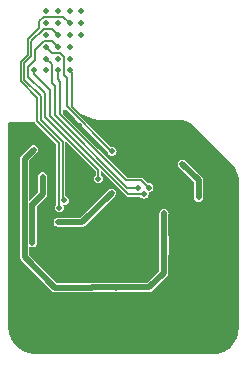
<source format=gbr>
%TF.GenerationSoftware,KiCad,Pcbnew,8.99.0-unknown-4e8e14ae3a~177~ubuntu22.04.1*%
%TF.CreationDate,2024-03-17T18:05:33+10:00*%
%TF.ProjectId,AVEFlex,41564546-6c65-4782-9e6b-696361645f70,rev?*%
%TF.SameCoordinates,Original*%
%TF.FileFunction,Copper,L2,Bot*%
%TF.FilePolarity,Positive*%
%FSLAX46Y46*%
G04 Gerber Fmt 4.6, Leading zero omitted, Abs format (unit mm)*
G04 Created by KiCad (PCBNEW 8.99.0-unknown-4e8e14ae3a~177~ubuntu22.04.1) date 2024-03-17 18:05:33*
%MOMM*%
%LPD*%
G01*
G04 APERTURE LIST*
%TA.AperFunction,ViaPad*%
%ADD10C,0.508000*%
%TD*%
%TA.AperFunction,Conductor*%
%ADD11C,0.152400*%
%TD*%
%TA.AperFunction,Conductor*%
%ADD12C,0.508000*%
%TD*%
%TA.AperFunction,Conductor*%
%ADD13C,0.304800*%
%TD*%
%TA.AperFunction,Conductor*%
%ADD14C,0.203200*%
%TD*%
%TA.AperFunction,Conductor*%
%ADD15C,0.406400*%
%TD*%
G04 APERTURE END LIST*
D10*
%TO.N,MODE*%
X144931358Y-92830603D03*
%TO.N,N$22*%
X141931358Y-95830603D03*
%TO.N,N$12*%
X141931358Y-91830600D03*
%TO.N,N$11*%
X142931358Y-91830600D03*
%TO.N,N$8*%
X144931361Y-91830600D03*
%TO.N,SCL*%
X143062604Y-107451778D03*
X143931358Y-91830600D03*
%TO.N,SDA*%
X143496558Y-106824778D03*
X142931358Y-92830600D03*
%TO.N,M*%
X143931358Y-90830597D03*
%TO.N,W*%
X141931358Y-90830603D03*
%TO.N,D*%
X142931358Y-90830603D03*
%TO.N,54MHZ*%
X147524108Y-102677850D03*
X141931361Y-93830603D03*
%TO.N,CSEL*%
X146364223Y-105003603D03*
X142931358Y-93830600D03*
%TO.N,VD7*%
X141931358Y-92830600D03*
%TO.N,VD6*%
X143931358Y-92830600D03*
%TO.N,VD5*%
X143931358Y-93830603D03*
%TO.N,VD4*%
X142931361Y-94830600D03*
%TO.N,VD3*%
X149770358Y-105765600D03*
X141931361Y-94830600D03*
%TO.N,VD2*%
X143931358Y-94830600D03*
%TO.N,VD1*%
X150659361Y-105765597D03*
X142931358Y-95830597D03*
%TO.N,VD0*%
X150243861Y-106308097D03*
X140931358Y-95830600D03*
%TO.N,C*%
X144931361Y-90830603D03*
%TO.N,+1V8*%
X147485904Y-106215059D03*
X142964704Y-108686478D03*
X140793004Y-108701719D03*
X141643904Y-104818059D03*
X140858958Y-107104059D03*
X140790464Y-110454319D03*
%TO.N,+3V3*%
X154851904Y-106588059D03*
X151930904Y-111447459D03*
X151928364Y-112953678D03*
X151925823Y-109915841D03*
X151930904Y-107942259D03*
X153493004Y-103769041D03*
X140881904Y-102532059D03*
X145862845Y-114221141D03*
X147866904Y-114216059D03*
X150361186Y-114210981D03*
%TO.N,GND*%
X152189986Y-115282856D03*
X152311904Y-104310059D03*
X139398545Y-101274759D03*
X147480823Y-118706778D03*
X140800883Y-111398938D03*
X156955023Y-118396900D03*
X152720845Y-118295300D03*
X154978904Y-102405059D03*
X140737126Y-116959256D03*
X151245104Y-112572678D03*
X149103886Y-113545497D03*
X147267467Y-113558197D03*
X145095767Y-119230016D03*
X152891023Y-114078900D03*
X151250183Y-110154600D03*
X154336286Y-112112941D03*
X154305804Y-110649900D03*
X154305804Y-108922700D03*
X156498436Y-114290222D03*
X156574636Y-111369222D03*
X156604504Y-108551859D03*
X145166886Y-105338763D03*
X147155704Y-105427659D03*
X148466342Y-101670997D03*
X143475242Y-108046400D03*
X143180604Y-109428159D03*
X143970545Y-102994341D03*
X139479826Y-108706797D03*
X141290845Y-104058600D03*
X141290845Y-103296600D03*
X143931358Y-95830597D03*
X155838036Y-104511222D03*
X140782845Y-103677600D03*
X140836186Y-106215059D03*
X151938526Y-106949119D03*
X144293126Y-117213256D03*
X150531364Y-117733959D03*
X140475764Y-112971200D03*
X148905764Y-118683919D03*
X146468358Y-109702603D03*
X147611361Y-110845603D03*
X148754361Y-109702603D03*
X147611358Y-108559600D03*
X147611358Y-109702603D03*
%TD*%
D11*
%TO.N,SCL*%
X141208023Y-98142322D02*
X141208020Y-100159819D01*
X139813561Y-95098344D02*
X139813564Y-96747856D01*
X140397761Y-93218003D02*
X140397758Y-94514147D01*
X141208020Y-100159819D02*
X143013958Y-101965756D01*
X141208023Y-98142322D02*
X139813564Y-96747856D01*
X140397758Y-94514147D02*
X139813561Y-95098344D01*
X141388361Y-92227406D02*
X140397761Y-93218003D01*
X141388361Y-92227406D02*
X141388358Y-91691103D01*
X143413958Y-91313203D02*
X143931358Y-91830600D01*
X141766258Y-91313203D02*
X143413958Y-91313203D01*
X141388358Y-91691103D02*
X141766258Y-91313203D01*
X143062604Y-107451778D02*
X143013958Y-107403131D01*
X143013958Y-107403131D02*
X143013958Y-101965756D01*
%TO.N,SDA*%
X140702558Y-94640400D02*
X140702558Y-93376897D01*
X140118358Y-96621600D02*
X141512820Y-98016066D01*
X141512823Y-100027747D02*
X141512820Y-98016066D01*
X143369558Y-101884478D02*
X141512823Y-100027747D01*
X140118361Y-95224600D02*
X140702558Y-94640400D01*
X140118358Y-96621600D02*
X140118361Y-95224600D01*
X141745376Y-92334078D02*
X142434842Y-92334084D01*
X142434842Y-92334084D02*
X142931358Y-92830600D01*
X140702558Y-93376897D02*
X141745376Y-92334078D01*
X143496558Y-106824778D02*
X143369561Y-106697784D01*
X143369558Y-101884478D02*
X143369561Y-106697784D01*
%TO.N,54MHZ*%
X147470773Y-102677850D02*
X143681979Y-98889056D01*
X147470773Y-102677850D02*
X147524108Y-102677850D01*
X143681983Y-96461844D02*
X143681979Y-98889056D01*
X143131258Y-94348000D02*
X143448758Y-94665500D01*
X143448758Y-94665500D02*
X143448761Y-96228622D01*
X143448761Y-96228622D02*
X143681983Y-96461844D01*
X141931361Y-93830603D02*
X142448758Y-94348000D01*
X142448758Y-94348000D02*
X143131258Y-94348000D01*
%TO.N,CSEL*%
X141855720Y-99799147D02*
X146364220Y-104307644D01*
X141855720Y-97790000D02*
X141855720Y-99799147D01*
X140448758Y-95529203D02*
X140448761Y-96383041D01*
X141007361Y-94970603D02*
X140448758Y-95529203D01*
X141007358Y-94072100D02*
X141007361Y-94970603D01*
X142420361Y-93319603D02*
X141759861Y-93319603D01*
X146364220Y-104307644D02*
X146364223Y-105003603D01*
X140448761Y-96383041D02*
X141855720Y-97790000D01*
X141759861Y-93319603D02*
X141007358Y-94072100D01*
X142931358Y-93830600D02*
X142420361Y-93319603D01*
%TO.N,VD3*%
X149198861Y-105765600D02*
X149770358Y-105765600D01*
X149198858Y-105765597D02*
X149198861Y-105765600D01*
X148828017Y-105765597D02*
X142665979Y-99603566D01*
X148828017Y-105765597D02*
X149198858Y-105765597D01*
X142413961Y-96902981D02*
X142665983Y-97155003D01*
X142413961Y-96902981D02*
X142413961Y-95313203D01*
X142665983Y-97155003D02*
X142665979Y-99603566D01*
X141931361Y-94830600D02*
X142413961Y-95313203D01*
%TO.N,VD1*%
X142931358Y-96549163D02*
X143165076Y-96782878D01*
X143165076Y-96782878D02*
X143165076Y-99548947D01*
X142931358Y-96549163D02*
X142931358Y-95830597D01*
X148746733Y-105130603D02*
X143165076Y-99548947D01*
X150024361Y-105130603D02*
X148746733Y-105130603D01*
X150659361Y-105765597D02*
X150024361Y-105130603D01*
%TO.N,VD0*%
X142257036Y-97481400D02*
X142257036Y-99689916D01*
X140931358Y-95830600D02*
X140931358Y-96155719D01*
X142257036Y-97481400D02*
X140931358Y-96155719D01*
X142257036Y-99689916D02*
X148875220Y-106308097D01*
X148875220Y-106308097D02*
X150243861Y-106308097D01*
D12*
%TO.N,+1V8*%
X145014486Y-108686478D02*
X147485904Y-106215059D01*
X142964704Y-108686478D02*
X145014486Y-108686478D01*
X140793004Y-110451778D02*
X140790464Y-110454319D01*
X140793004Y-108701719D02*
X140793004Y-110451778D01*
X140793004Y-107170013D02*
X140793004Y-108701719D01*
X140858958Y-107104059D02*
X140793004Y-107170013D01*
X141643904Y-106319113D02*
X140858958Y-107104059D01*
X141643904Y-104818059D02*
X141643904Y-106319113D01*
D13*
X140790464Y-110454319D02*
X140790464Y-110449156D01*
D12*
%TO.N,+3V3*%
X154851904Y-105127941D02*
X154851904Y-106588059D01*
X153493004Y-103769041D02*
X154851904Y-105127941D01*
X151925823Y-109915841D02*
X151925823Y-107947341D01*
X151930904Y-111447459D02*
X151930904Y-109920922D01*
X151928364Y-111450000D02*
X151930904Y-111447459D01*
X151928364Y-112953678D02*
X151928364Y-111450000D01*
X150671061Y-114210981D02*
X151928364Y-112953678D01*
X150361186Y-114210981D02*
X150671061Y-114210981D01*
X147871983Y-114210981D02*
X150361186Y-114210981D01*
X147866904Y-114216059D02*
X147871983Y-114210981D01*
X145870467Y-114213519D02*
X147869445Y-114213519D01*
X145862845Y-114221141D02*
X145870467Y-114213519D01*
X140119904Y-111620181D02*
X142720864Y-114221141D01*
X142720864Y-114221141D02*
X145862845Y-114221141D01*
X140119904Y-103294059D02*
X140119904Y-111620181D01*
X140881904Y-102532059D02*
X140119904Y-103294059D01*
D13*
X151925823Y-107947341D02*
X151930904Y-107942259D01*
X151930904Y-109920922D02*
X151925823Y-109915841D01*
X147869445Y-114213519D02*
X150358648Y-114213519D01*
X150358648Y-114213519D02*
X150361186Y-114210981D01*
X142847864Y-114221141D02*
X145862845Y-114221141D01*
D14*
%TO.N,GND*%
X145129545Y-99728384D02*
X145969973Y-100745991D01*
X145129545Y-99728384D02*
X146243845Y-100190178D01*
X144826973Y-99602991D02*
X145129545Y-99728384D01*
X145969973Y-100745991D02*
X146107583Y-100883600D01*
X144826973Y-99602991D02*
X145969973Y-100745991D01*
X144138186Y-98914203D02*
X144826973Y-99602991D01*
X144138186Y-96037425D02*
X144138186Y-98914203D01*
X143931358Y-95830597D02*
X144138186Y-96037425D01*
D15*
X144691904Y-100494981D02*
X144691904Y-100500059D01*
%TD*%
%TA.AperFunction,Conductor*%
%TO.N,GND*%
G36*
X144417070Y-99916732D02*
G01*
X144429966Y-99925118D01*
X147130618Y-102625770D01*
X147141484Y-102652004D01*
X147141027Y-102657807D01*
X147137853Y-102677848D01*
X147137853Y-102677851D01*
X147156757Y-102797207D01*
X147156759Y-102797213D01*
X147211618Y-102904881D01*
X147211619Y-102904882D01*
X147211621Y-102904885D01*
X147297073Y-102990337D01*
X147297075Y-102990338D01*
X147297076Y-102990339D01*
X147404744Y-103045198D01*
X147404747Y-103045199D01*
X147404749Y-103045200D01*
X147464428Y-103054652D01*
X147524107Y-103064105D01*
X147524108Y-103064105D01*
X147524109Y-103064105D01*
X147563894Y-103057803D01*
X147643467Y-103045200D01*
X147751143Y-102990337D01*
X147836595Y-102904885D01*
X147891458Y-102797209D01*
X147904744Y-102713325D01*
X147910363Y-102677851D01*
X147910363Y-102677848D01*
X147897759Y-102598277D01*
X147891458Y-102558491D01*
X147891457Y-102558489D01*
X147891456Y-102558486D01*
X147836597Y-102450818D01*
X147836596Y-102450817D01*
X147836595Y-102450815D01*
X147751143Y-102365363D01*
X147751140Y-102365361D01*
X147751139Y-102365360D01*
X147643471Y-102310501D01*
X147643465Y-102310499D01*
X147524109Y-102291595D01*
X147524105Y-102291595D01*
X147411979Y-102309353D01*
X147384369Y-102302724D01*
X147379942Y-102298944D01*
X145060191Y-99979193D01*
X145049325Y-99952959D01*
X145060191Y-99926725D01*
X145086425Y-99915859D01*
X146048404Y-99915859D01*
X146065245Y-99919902D01*
X146078635Y-99926725D01*
X146109455Y-99942429D01*
X146109466Y-99942433D01*
X146262971Y-99992310D01*
X146262973Y-99992310D01*
X146262978Y-99992312D01*
X146422409Y-100017561D01*
X146503117Y-100017560D01*
X146511403Y-100017560D01*
X146518781Y-100017560D01*
X146518785Y-100017559D01*
X153126191Y-100017559D01*
X153133429Y-100017559D01*
X153135508Y-100017616D01*
X153353479Y-100029855D01*
X153357602Y-100030320D01*
X153571803Y-100066710D01*
X153575847Y-100067633D01*
X153749925Y-100117782D01*
X153784617Y-100127776D01*
X153788544Y-100129150D01*
X153989267Y-100212288D01*
X153993007Y-100214088D01*
X154183164Y-100319181D01*
X154186683Y-100321392D01*
X154363875Y-100447111D01*
X154367128Y-100449705D01*
X154529515Y-100594816D01*
X154531028Y-100596246D01*
X157676276Y-103741494D01*
X157677712Y-103743014D01*
X157820638Y-103903033D01*
X157823764Y-103906532D01*
X157826364Y-103909796D01*
X157856277Y-103952021D01*
X157952499Y-104087849D01*
X157954719Y-104091389D01*
X158060033Y-104282499D01*
X158061841Y-104286267D01*
X158144997Y-104488013D01*
X158146369Y-104491960D01*
X158206309Y-104701765D01*
X158207229Y-104705841D01*
X158243197Y-104921069D01*
X158243652Y-104925222D01*
X158255269Y-105144638D01*
X158255321Y-105146721D01*
X158255280Y-105159068D01*
X158255323Y-105159340D01*
X158253862Y-117681973D01*
X158253861Y-117681987D01*
X158253861Y-117693360D01*
X158253782Y-117695786D01*
X158235692Y-117971818D01*
X158235058Y-117976629D01*
X158181335Y-118246728D01*
X158180079Y-118251416D01*
X158091558Y-118512199D01*
X158089701Y-118516682D01*
X157967902Y-118763674D01*
X157965476Y-118767877D01*
X157812475Y-118996864D01*
X157809521Y-119000714D01*
X157627943Y-119207770D01*
X157624511Y-119211202D01*
X157417459Y-119392786D01*
X157413609Y-119395740D01*
X157184631Y-119548743D01*
X157180428Y-119551170D01*
X156933434Y-119672979D01*
X156928951Y-119674836D01*
X156668171Y-119763364D01*
X156663483Y-119764620D01*
X156393385Y-119818350D01*
X156388574Y-119818984D01*
X156113428Y-119837022D01*
X156111001Y-119837101D01*
X141110396Y-119837097D01*
X141103227Y-119837097D01*
X141100987Y-119837029D01*
X140820453Y-119820061D01*
X140816006Y-119819521D01*
X140540664Y-119769064D01*
X140536314Y-119767992D01*
X140269065Y-119684717D01*
X140264876Y-119683129D01*
X140009604Y-119568243D01*
X140005637Y-119566161D01*
X139980838Y-119551170D01*
X139766078Y-119421345D01*
X139762391Y-119418800D01*
X139732956Y-119395740D01*
X139682489Y-119356202D01*
X139542033Y-119246164D01*
X139538680Y-119243193D01*
X139340743Y-119045261D01*
X139337772Y-119041908D01*
X139280295Y-118968546D01*
X139165125Y-118821547D01*
X139162590Y-118817874D01*
X139017764Y-118578310D01*
X139015683Y-118574345D01*
X138989730Y-118516682D01*
X138900789Y-118319073D01*
X138899209Y-118314906D01*
X138815920Y-118047639D01*
X138814848Y-118043289D01*
X138791589Y-117916383D01*
X138764384Y-117767944D01*
X138763845Y-117763502D01*
X138759173Y-117686294D01*
X138746929Y-117483927D01*
X138746861Y-117481686D01*
X138746861Y-111670406D01*
X139738404Y-111670406D01*
X139764403Y-111767435D01*
X139802669Y-111833714D01*
X139814628Y-111854428D01*
X142486617Y-114526417D01*
X142573611Y-114576643D01*
X142670639Y-114602641D01*
X145812620Y-114602641D01*
X145829905Y-114602641D01*
X145835709Y-114603098D01*
X145862844Y-114607396D01*
X145862845Y-114607396D01*
X145862846Y-114607396D01*
X145889981Y-114603098D01*
X145895785Y-114602641D01*
X145913069Y-114602641D01*
X145913070Y-114602641D01*
X145936799Y-114596282D01*
X145946400Y-114595019D01*
X147802298Y-114595019D01*
X147811902Y-114596284D01*
X147813655Y-114596753D01*
X147816641Y-114597554D01*
X147816643Y-114597554D01*
X147833953Y-114597555D01*
X147839738Y-114598011D01*
X147866904Y-114602314D01*
X147894025Y-114598017D01*
X147899823Y-114597561D01*
X147917092Y-114597564D01*
X147927431Y-114594794D01*
X147931355Y-114593744D01*
X147940953Y-114592481D01*
X150310961Y-114592481D01*
X150328246Y-114592481D01*
X150334050Y-114592938D01*
X150361185Y-114597236D01*
X150361186Y-114597236D01*
X150361187Y-114597236D01*
X150388322Y-114592938D01*
X150394126Y-114592481D01*
X150721284Y-114592481D01*
X150721286Y-114592481D01*
X150818315Y-114566482D01*
X150905308Y-114516257D01*
X150976337Y-114445228D01*
X152233640Y-113187925D01*
X152233640Y-113187923D01*
X152236694Y-113184870D01*
X152236696Y-113184867D01*
X152240851Y-113180713D01*
X152263311Y-113136630D01*
X152264213Y-113134970D01*
X152283866Y-113100931D01*
X152285478Y-113094910D01*
X152288258Y-113087669D01*
X152295714Y-113073037D01*
X152301736Y-113035009D01*
X152302534Y-113031255D01*
X152309864Y-113003903D01*
X152309864Y-112986617D01*
X152310321Y-112980813D01*
X152314619Y-112953679D01*
X152314619Y-112953676D01*
X152310321Y-112926541D01*
X152309864Y-112920737D01*
X152309864Y-111512048D01*
X152311128Y-111502446D01*
X152311164Y-111502311D01*
X152312404Y-111497684D01*
X152312404Y-111497676D01*
X152312412Y-111497615D01*
X152312414Y-111497609D01*
X152312410Y-111480356D01*
X152312866Y-111474560D01*
X152317159Y-111447459D01*
X152315403Y-111436375D01*
X152312861Y-111420322D01*
X152312404Y-111414518D01*
X152312404Y-109870697D01*
X152308587Y-109856450D01*
X152307323Y-109846849D01*
X152307323Y-108007277D01*
X152307780Y-108001473D01*
X152317159Y-107942260D01*
X152317159Y-107942257D01*
X152300651Y-107838033D01*
X152298254Y-107822900D01*
X152298253Y-107822898D01*
X152298252Y-107822895D01*
X152243393Y-107715227D01*
X152243392Y-107715226D01*
X152243391Y-107715224D01*
X152157939Y-107629772D01*
X152157936Y-107629770D01*
X152157935Y-107629769D01*
X152050267Y-107574910D01*
X152050261Y-107574908D01*
X151930905Y-107556004D01*
X151930903Y-107556004D01*
X151811546Y-107574908D01*
X151811540Y-107574910D01*
X151703872Y-107629769D01*
X151618415Y-107715226D01*
X151612095Y-107727628D01*
X151611171Y-107729330D01*
X151570322Y-107800086D01*
X151570322Y-107800087D01*
X151565943Y-107816426D01*
X151564079Y-107821283D01*
X151563554Y-107822900D01*
X151562911Y-107826958D01*
X151562104Y-107830751D01*
X151544323Y-107897116D01*
X151544323Y-109882900D01*
X151543866Y-109888704D01*
X151539568Y-109915839D01*
X151539568Y-109915842D01*
X151543866Y-109942976D01*
X151544323Y-109948780D01*
X151544323Y-109966066D01*
X151548140Y-109980309D01*
X151549404Y-109989912D01*
X151549404Y-111385411D01*
X151548140Y-111395011D01*
X151546861Y-111399782D01*
X151546859Y-111399804D01*
X151546854Y-111399840D01*
X151546859Y-111430570D01*
X151546403Y-111436375D01*
X151544649Y-111447458D01*
X151544649Y-111447459D01*
X151546407Y-111458557D01*
X151546864Y-111464362D01*
X151546864Y-112780287D01*
X151535998Y-112806521D01*
X150523904Y-113818615D01*
X150497670Y-113829481D01*
X150394126Y-113829481D01*
X150388322Y-113829024D01*
X150361187Y-113824726D01*
X150361185Y-113824726D01*
X150334050Y-113829024D01*
X150328246Y-113829481D01*
X147872020Y-113829481D01*
X147821795Y-113829476D01*
X147821794Y-113829476D01*
X147821788Y-113829476D01*
X147821764Y-113829479D01*
X147817003Y-113830755D01*
X147807402Y-113832019D01*
X145820242Y-113832019D01*
X145796512Y-113838377D01*
X145786912Y-113839641D01*
X142894255Y-113839641D01*
X142868021Y-113828775D01*
X140512270Y-111473024D01*
X140501404Y-111446790D01*
X140501404Y-110794348D01*
X140512270Y-110768114D01*
X140538504Y-110757248D01*
X140560227Y-110766245D01*
X140561067Y-110765090D01*
X140563429Y-110766806D01*
X140607540Y-110789282D01*
X140609241Y-110790205D01*
X140643278Y-110809848D01*
X140643284Y-110809850D01*
X140649261Y-110811451D01*
X140656503Y-110814229D01*
X140671105Y-110821669D01*
X140671107Y-110821669D01*
X140671109Y-110821670D01*
X140709142Y-110827693D01*
X140712932Y-110828497D01*
X140740314Y-110835829D01*
X140740314Y-110835828D01*
X140740315Y-110835829D01*
X140740316Y-110835829D01*
X140740327Y-110835828D01*
X140757562Y-110835824D01*
X140763359Y-110836280D01*
X140790464Y-110840574D01*
X140817647Y-110836268D01*
X140823432Y-110835812D01*
X140840764Y-110835809D01*
X140868060Y-110828488D01*
X140871854Y-110827682D01*
X140909823Y-110821669D01*
X140924499Y-110814190D01*
X140931729Y-110811415D01*
X140937787Y-110809791D01*
X140971786Y-110790152D01*
X140973450Y-110789249D01*
X141017499Y-110766806D01*
X141022884Y-110761419D01*
X141023004Y-110761316D01*
X141024769Y-110759549D01*
X141024771Y-110759549D01*
X141062816Y-110721488D01*
X141102951Y-110681354D01*
X141117327Y-110653137D01*
X141118231Y-110651470D01*
X141123843Y-110641747D01*
X141148505Y-110599032D01*
X141148505Y-110599028D01*
X141148512Y-110599018D01*
X141148528Y-110598978D01*
X141148530Y-110598968D01*
X141148535Y-110598961D01*
X141151517Y-110587819D01*
X141154292Y-110580588D01*
X141157814Y-110573678D01*
X141161147Y-110552626D01*
X141161945Y-110548870D01*
X141162059Y-110548445D01*
X141162075Y-110548423D01*
X141162066Y-110548421D01*
X141164459Y-110539488D01*
X141174504Y-110502003D01*
X141174504Y-110501988D01*
X141174510Y-110501940D01*
X141174514Y-110501928D01*
X141174507Y-110471198D01*
X141174963Y-110465401D01*
X141176719Y-110454319D01*
X141174961Y-110443219D01*
X141174504Y-110437415D01*
X141174504Y-108734658D01*
X141174961Y-108728854D01*
X141179259Y-108701720D01*
X141179259Y-108701717D01*
X141176845Y-108686479D01*
X142578449Y-108686479D01*
X142582747Y-108713613D01*
X142583204Y-108719417D01*
X142583204Y-108736702D01*
X142590527Y-108764035D01*
X142591334Y-108767832D01*
X142597353Y-108805834D01*
X142597353Y-108805835D01*
X142597354Y-108805837D01*
X142597355Y-108805838D01*
X142604811Y-108820473D01*
X142607589Y-108827711D01*
X142609202Y-108833730D01*
X142628847Y-108867756D01*
X142629755Y-108869428D01*
X142651854Y-108912800D01*
X142652218Y-108913515D01*
X142658131Y-108919428D01*
X142658132Y-108919428D01*
X142659426Y-108920722D01*
X142659428Y-108920725D01*
X142730457Y-108991754D01*
X142730459Y-108991755D01*
X142730458Y-108991755D01*
X142737667Y-108998964D01*
X142737669Y-108998965D01*
X142781748Y-109021423D01*
X142783420Y-109022331D01*
X142817450Y-109041979D01*
X142823471Y-109043592D01*
X142830708Y-109046370D01*
X142845345Y-109053828D01*
X142883369Y-109059849D01*
X142887131Y-109060649D01*
X142914479Y-109067978D01*
X142931764Y-109067978D01*
X142937568Y-109068435D01*
X142964703Y-109072733D01*
X142964704Y-109072733D01*
X142964705Y-109072733D01*
X142991840Y-109068435D01*
X142997644Y-109067978D01*
X145064709Y-109067978D01*
X145064711Y-109067978D01*
X145161740Y-109041979D01*
X145248733Y-108991754D01*
X145319762Y-108920725D01*
X145319762Y-108920724D01*
X147791180Y-106449305D01*
X147798391Y-106442094D01*
X147820847Y-106398018D01*
X147821771Y-106396319D01*
X147827365Y-106386628D01*
X147841406Y-106362311D01*
X147843018Y-106356292D01*
X147845799Y-106349048D01*
X147853253Y-106334420D01*
X147853253Y-106334419D01*
X147853254Y-106334418D01*
X147859275Y-106296395D01*
X147860078Y-106292624D01*
X147867405Y-106265284D01*
X147867405Y-106247991D01*
X147867862Y-106242187D01*
X147872159Y-106215060D01*
X147872159Y-106215057D01*
X147867862Y-106187929D01*
X147867405Y-106182125D01*
X147867405Y-106164835D01*
X147867405Y-106164834D01*
X147860074Y-106137478D01*
X147859274Y-106133716D01*
X147853254Y-106095700D01*
X147845798Y-106081067D01*
X147843019Y-106073830D01*
X147841406Y-106067806D01*
X147821748Y-106033757D01*
X147820849Y-106032100D01*
X147805385Y-106001750D01*
X147798391Y-105988023D01*
X147791181Y-105980813D01*
X147791181Y-105980814D01*
X147791180Y-105980812D01*
X147720151Y-105909783D01*
X147720148Y-105909781D01*
X147718854Y-105908487D01*
X147718854Y-105908486D01*
X147712938Y-105902571D01*
X147712936Y-105902570D01*
X147668885Y-105880124D01*
X147667179Y-105879198D01*
X147633163Y-105859559D01*
X147633156Y-105859556D01*
X147627131Y-105857942D01*
X147619892Y-105855163D01*
X147605264Y-105847709D01*
X147567265Y-105841690D01*
X147563469Y-105840883D01*
X147536129Y-105833558D01*
X147518838Y-105833558D01*
X147513034Y-105833101D01*
X147485905Y-105828804D01*
X147485903Y-105828804D01*
X147458774Y-105833101D01*
X147452970Y-105833558D01*
X147435679Y-105833558D01*
X147408337Y-105840883D01*
X147404541Y-105841690D01*
X147376532Y-105846127D01*
X147366545Y-105847709D01*
X147366543Y-105847709D01*
X147366540Y-105847711D01*
X147351911Y-105855164D01*
X147344677Y-105857941D01*
X147338656Y-105859555D01*
X147338644Y-105859560D01*
X147304635Y-105879194D01*
X147302930Y-105880120D01*
X147258869Y-105902571D01*
X147258868Y-105902572D01*
X147251659Y-105909779D01*
X147251660Y-105909780D01*
X147251659Y-105909781D01*
X147251657Y-105909783D01*
X146058826Y-107102615D01*
X144867329Y-108294112D01*
X144841095Y-108304978D01*
X142997644Y-108304978D01*
X142991840Y-108304521D01*
X142964705Y-108300223D01*
X142964703Y-108300223D01*
X142937568Y-108304521D01*
X142931764Y-108304978D01*
X142914479Y-108304978D01*
X142887145Y-108312301D01*
X142883349Y-108313108D01*
X142861437Y-108316579D01*
X142845345Y-108319128D01*
X142845343Y-108319128D01*
X142845339Y-108319130D01*
X142830705Y-108326585D01*
X142823474Y-108329361D01*
X142817457Y-108330974D01*
X142817451Y-108330976D01*
X142783422Y-108350621D01*
X142781718Y-108351546D01*
X142737666Y-108373992D01*
X142730459Y-108381198D01*
X142730460Y-108381199D01*
X142730459Y-108381200D01*
X142730457Y-108381202D01*
X142659428Y-108452231D01*
X142659426Y-108452233D01*
X142659425Y-108452234D01*
X142659424Y-108452233D01*
X142652218Y-108459440D01*
X142629772Y-108503492D01*
X142628847Y-108505196D01*
X142609202Y-108539225D01*
X142609200Y-108539231D01*
X142607587Y-108545248D01*
X142604811Y-108552479D01*
X142597356Y-108567113D01*
X142597354Y-108567121D01*
X142591334Y-108605123D01*
X142590527Y-108608919D01*
X142583204Y-108636253D01*
X142583204Y-108653537D01*
X142582747Y-108659341D01*
X142578449Y-108686476D01*
X142578449Y-108686479D01*
X141176845Y-108686479D01*
X141174961Y-108674582D01*
X141174504Y-108668778D01*
X141174504Y-107343402D01*
X141185369Y-107317169D01*
X141878148Y-106624390D01*
X141878151Y-106624389D01*
X141949180Y-106553360D01*
X141999405Y-106466367D01*
X142025404Y-106369338D01*
X142025404Y-104850998D01*
X142025861Y-104845194D01*
X142030159Y-104818060D01*
X142030159Y-104818057D01*
X142025861Y-104790922D01*
X142025404Y-104785118D01*
X142025404Y-104767835D01*
X142018079Y-104740500D01*
X142018075Y-104740486D01*
X142017275Y-104736724D01*
X142011254Y-104698700D01*
X142003795Y-104684060D01*
X142001017Y-104676823D01*
X141999405Y-104670806D01*
X141999405Y-104670805D01*
X141979757Y-104636775D01*
X141978844Y-104635093D01*
X141956390Y-104591022D01*
X141949181Y-104583813D01*
X141949181Y-104583814D01*
X141949180Y-104583812D01*
X141878151Y-104512783D01*
X141878148Y-104512781D01*
X141876854Y-104511487D01*
X141876854Y-104511486D01*
X141870941Y-104505573D01*
X141870226Y-104505209D01*
X141826854Y-104483110D01*
X141825182Y-104482202D01*
X141791156Y-104462557D01*
X141785137Y-104460944D01*
X141777899Y-104458166D01*
X141777298Y-104457860D01*
X141763263Y-104450709D01*
X141763261Y-104450708D01*
X141763260Y-104450708D01*
X141725258Y-104444689D01*
X141721461Y-104443882D01*
X141694129Y-104436559D01*
X141676844Y-104436559D01*
X141671040Y-104436102D01*
X141643905Y-104431804D01*
X141643903Y-104431804D01*
X141616768Y-104436102D01*
X141610964Y-104436559D01*
X141593679Y-104436559D01*
X141566345Y-104443882D01*
X141562549Y-104444689D01*
X141540637Y-104448160D01*
X141524545Y-104450709D01*
X141524543Y-104450709D01*
X141524539Y-104450711D01*
X141509905Y-104458166D01*
X141502674Y-104460942D01*
X141496657Y-104462555D01*
X141496651Y-104462557D01*
X141462622Y-104482202D01*
X141460918Y-104483127D01*
X141416866Y-104505573D01*
X141409659Y-104512779D01*
X141409660Y-104512780D01*
X141409659Y-104512781D01*
X141409657Y-104512783D01*
X141338628Y-104583812D01*
X141338626Y-104583814D01*
X141338625Y-104583815D01*
X141338624Y-104583814D01*
X141331418Y-104591021D01*
X141308972Y-104635073D01*
X141308047Y-104636777D01*
X141288402Y-104670806D01*
X141288400Y-104670812D01*
X141286787Y-104676829D01*
X141284011Y-104684060D01*
X141276556Y-104698694D01*
X141276554Y-104698698D01*
X141276554Y-104698700D01*
X141275423Y-104705841D01*
X141270534Y-104736704D01*
X141269727Y-104740500D01*
X141262404Y-104767834D01*
X141262404Y-104785118D01*
X141261947Y-104790922D01*
X141257649Y-104818057D01*
X141257649Y-104818060D01*
X141261947Y-104845194D01*
X141262404Y-104850998D01*
X141262404Y-106145722D01*
X141251538Y-106171955D01*
X140624711Y-106798782D01*
X140624711Y-106798783D01*
X140564738Y-106858756D01*
X140538504Y-106869622D01*
X140512270Y-106858756D01*
X140501404Y-106832522D01*
X140501404Y-103467449D01*
X140512269Y-103441216D01*
X141187180Y-102766306D01*
X141187180Y-102766304D01*
X141190234Y-102763251D01*
X141190236Y-102763248D01*
X141194391Y-102759094D01*
X141216859Y-102714995D01*
X141217744Y-102713366D01*
X141237406Y-102679312D01*
X141239018Y-102673292D01*
X141241799Y-102666047D01*
X141249253Y-102651419D01*
X141249254Y-102651418D01*
X141255275Y-102613396D01*
X141256078Y-102609625D01*
X141263405Y-102582284D01*
X141263405Y-102564991D01*
X141263862Y-102559187D01*
X141268159Y-102532060D01*
X141268159Y-102532057D01*
X141263862Y-102504929D01*
X141263405Y-102499125D01*
X141263405Y-102481835D01*
X141263405Y-102481834D01*
X141256074Y-102454478D01*
X141255274Y-102450716D01*
X141249254Y-102412700D01*
X141241798Y-102398067D01*
X141239019Y-102390830D01*
X141237406Y-102384806D01*
X141217748Y-102350757D01*
X141216849Y-102349100D01*
X141196597Y-102309353D01*
X141194391Y-102305023D01*
X141187181Y-102297813D01*
X141187181Y-102297814D01*
X141187180Y-102297812D01*
X141116151Y-102226783D01*
X141116148Y-102226781D01*
X141114854Y-102225487D01*
X141114854Y-102225486D01*
X141108938Y-102219571D01*
X141108936Y-102219570D01*
X141064885Y-102197124D01*
X141063179Y-102196198D01*
X141029163Y-102176559D01*
X141029156Y-102176556D01*
X141023131Y-102174942D01*
X141015892Y-102172163D01*
X141001264Y-102164709D01*
X140963265Y-102158690D01*
X140959469Y-102157883D01*
X140932129Y-102150558D01*
X140914838Y-102150558D01*
X140909034Y-102150101D01*
X140881905Y-102145804D01*
X140881903Y-102145804D01*
X140854774Y-102150101D01*
X140848970Y-102150558D01*
X140831679Y-102150558D01*
X140804337Y-102157883D01*
X140800541Y-102158690D01*
X140772532Y-102163127D01*
X140762545Y-102164709D01*
X140762543Y-102164709D01*
X140762540Y-102164711D01*
X140747911Y-102172164D01*
X140740677Y-102174941D01*
X140734656Y-102176555D01*
X140734644Y-102176560D01*
X140700635Y-102196194D01*
X140698930Y-102197120D01*
X140654869Y-102219571D01*
X140654868Y-102219572D01*
X140647659Y-102226779D01*
X140647660Y-102226780D01*
X140647659Y-102226781D01*
X140647657Y-102226783D01*
X139885657Y-102988783D01*
X139885656Y-102988782D01*
X139814628Y-103059811D01*
X139812149Y-103064105D01*
X139764403Y-103146805D01*
X139738404Y-103243834D01*
X139738404Y-111670406D01*
X138746861Y-111670406D01*
X138746861Y-100278081D01*
X138757727Y-100251847D01*
X138783961Y-100240981D01*
X140996365Y-100240981D01*
X141022599Y-100251847D01*
X141030641Y-100263884D01*
X141035330Y-100275204D01*
X141035332Y-100275208D01*
X141092633Y-100332508D01*
X141092634Y-100332508D01*
X142799392Y-102039266D01*
X142810258Y-102065500D01*
X142810258Y-107149234D01*
X142799392Y-107175467D01*
X142750115Y-107224744D01*
X142750115Y-107224745D01*
X142695255Y-107332414D01*
X142695253Y-107332420D01*
X142676349Y-107451776D01*
X142676349Y-107451779D01*
X142695253Y-107571135D01*
X142695255Y-107571141D01*
X142750114Y-107678809D01*
X142750115Y-107678810D01*
X142750117Y-107678813D01*
X142835569Y-107764265D01*
X142835571Y-107764266D01*
X142835572Y-107764267D01*
X142943240Y-107819126D01*
X142943243Y-107819127D01*
X142943245Y-107819128D01*
X142992681Y-107826958D01*
X143062603Y-107838033D01*
X143062604Y-107838033D01*
X143062605Y-107838033D01*
X143108580Y-107830751D01*
X143181963Y-107819128D01*
X143219336Y-107800086D01*
X143289635Y-107764267D01*
X143289634Y-107764267D01*
X143289639Y-107764265D01*
X143375091Y-107678813D01*
X143429954Y-107571137D01*
X143448859Y-107451778D01*
X143429954Y-107332419D01*
X143429953Y-107332417D01*
X143429952Y-107332414D01*
X143389885Y-107253778D01*
X143387657Y-107225470D01*
X143406098Y-107203879D01*
X143428744Y-107200292D01*
X143470478Y-107206902D01*
X143496557Y-107211033D01*
X143496558Y-107211033D01*
X143496559Y-107211033D01*
X143541726Y-107203879D01*
X143615917Y-107192128D01*
X143723593Y-107137265D01*
X143809045Y-107051813D01*
X143863908Y-106944137D01*
X143877431Y-106858756D01*
X143882813Y-106824779D01*
X143882813Y-106824776D01*
X143868643Y-106735313D01*
X143863908Y-106705419D01*
X143863907Y-106705417D01*
X143863906Y-106705414D01*
X143809047Y-106597746D01*
X143809046Y-106597745D01*
X143809045Y-106597743D01*
X143723593Y-106512291D01*
X143723590Y-106512289D01*
X143723589Y-106512288D01*
X143615921Y-106457429D01*
X143615915Y-106457427D01*
X143604554Y-106455628D01*
X143580343Y-106440790D01*
X143573259Y-106418988D01*
X143573258Y-101924998D01*
X143573259Y-101924996D01*
X143573258Y-101894326D01*
X143584124Y-101868094D01*
X143610357Y-101857227D01*
X143636591Y-101868093D01*
X143636592Y-101868093D01*
X146149654Y-104381153D01*
X146160520Y-104407387D01*
X146160520Y-104656492D01*
X146149654Y-104682726D01*
X146140265Y-104689547D01*
X146137191Y-104691113D01*
X146051733Y-104776571D01*
X145996874Y-104884239D01*
X145996872Y-104884245D01*
X145977968Y-105003601D01*
X145977968Y-105003604D01*
X145996872Y-105122960D01*
X145996874Y-105122966D01*
X146051733Y-105230634D01*
X146051734Y-105230635D01*
X146051736Y-105230638D01*
X146137188Y-105316090D01*
X146137190Y-105316091D01*
X146137191Y-105316092D01*
X146244859Y-105370951D01*
X146244862Y-105370952D01*
X146244864Y-105370953D01*
X146297829Y-105379342D01*
X146364222Y-105389858D01*
X146364223Y-105389858D01*
X146364224Y-105389858D01*
X146406392Y-105383179D01*
X146483582Y-105370953D01*
X146591258Y-105316090D01*
X146676710Y-105230638D01*
X146731573Y-105122962D01*
X146750478Y-105003603D01*
X146743241Y-104957914D01*
X146731573Y-104884245D01*
X146731571Y-104884239D01*
X146676712Y-104776571D01*
X146676711Y-104776570D01*
X146676710Y-104776568D01*
X146591258Y-104691116D01*
X146591255Y-104691114D01*
X146591254Y-104691113D01*
X146588175Y-104689544D01*
X146569735Y-104667952D01*
X146567920Y-104656494D01*
X146567920Y-104378440D01*
X146578786Y-104352207D01*
X146605020Y-104341341D01*
X146631254Y-104352207D01*
X148702531Y-106423484D01*
X148702530Y-106423484D01*
X148734675Y-106455628D01*
X148759833Y-106480786D01*
X148834701Y-106511797D01*
X149896749Y-106511797D01*
X149922983Y-106522663D01*
X149929804Y-106532052D01*
X149931374Y-106535132D01*
X150016826Y-106620584D01*
X150016828Y-106620585D01*
X150016829Y-106620586D01*
X150124497Y-106675445D01*
X150124500Y-106675446D01*
X150124502Y-106675447D01*
X150184181Y-106684899D01*
X150243860Y-106694352D01*
X150243861Y-106694352D01*
X150243862Y-106694352D01*
X150283647Y-106688050D01*
X150363220Y-106675447D01*
X150470896Y-106620584D01*
X150556348Y-106535132D01*
X150611211Y-106427456D01*
X150630116Y-106308097D01*
X150628267Y-106296426D01*
X150620134Y-106245073D01*
X150611967Y-106193513D01*
X150618595Y-106165904D01*
X150642806Y-106151068D01*
X150654411Y-106151068D01*
X150659361Y-106151852D01*
X150778720Y-106132947D01*
X150886396Y-106078084D01*
X150971848Y-105992632D01*
X151026711Y-105884956D01*
X151039314Y-105805383D01*
X151045616Y-105765598D01*
X151045616Y-105765595D01*
X151030075Y-105667476D01*
X151026711Y-105646238D01*
X151026710Y-105646236D01*
X151026709Y-105646233D01*
X150971850Y-105538565D01*
X150971849Y-105538564D01*
X150971848Y-105538562D01*
X150886396Y-105453110D01*
X150886393Y-105453108D01*
X150886392Y-105453107D01*
X150778724Y-105398248D01*
X150778718Y-105398246D01*
X150659362Y-105379342D01*
X150659358Y-105379342D01*
X150593273Y-105389808D01*
X150565663Y-105383179D01*
X150561236Y-105379399D01*
X150197050Y-105015216D01*
X150197050Y-105015215D01*
X150139748Y-104957914D01*
X150087246Y-104936167D01*
X150087246Y-104936166D01*
X150064879Y-104926902D01*
X149983841Y-104926903D01*
X148846477Y-104926903D01*
X148820243Y-104916037D01*
X147673248Y-103769042D01*
X153106749Y-103769042D01*
X153111047Y-103796176D01*
X153111504Y-103801980D01*
X153111504Y-103819266D01*
X153118825Y-103846595D01*
X153119632Y-103850389D01*
X153125654Y-103888403D01*
X153133109Y-103903033D01*
X153135887Y-103910268D01*
X153137501Y-103916290D01*
X153137505Y-103916298D01*
X153157143Y-103950316D01*
X153158069Y-103952021D01*
X153180515Y-103996073D01*
X153180516Y-103996075D01*
X153186431Y-104001991D01*
X153186432Y-104001991D01*
X153187726Y-104003285D01*
X153187728Y-104003288D01*
X154459538Y-105275098D01*
X154470404Y-105301331D01*
X154470404Y-106555118D01*
X154469947Y-106560922D01*
X154465649Y-106588057D01*
X154465649Y-106588060D01*
X154469947Y-106615194D01*
X154470404Y-106620998D01*
X154470404Y-106638283D01*
X154477727Y-106665616D01*
X154478534Y-106669413D01*
X154484553Y-106707415D01*
X154484553Y-106707416D01*
X154484554Y-106707418D01*
X154491705Y-106721453D01*
X154492011Y-106722054D01*
X154494789Y-106729292D01*
X154496402Y-106735311D01*
X154516047Y-106769337D01*
X154516955Y-106771009D01*
X154539054Y-106814381D01*
X154539418Y-106815096D01*
X154545331Y-106821009D01*
X154545332Y-106821009D01*
X154546626Y-106822303D01*
X154546628Y-106822306D01*
X154617657Y-106893335D01*
X154617659Y-106893336D01*
X154617658Y-106893336D01*
X154624867Y-106900545D01*
X154624869Y-106900546D01*
X154668948Y-106923004D01*
X154670620Y-106923912D01*
X154704650Y-106943560D01*
X154710671Y-106945173D01*
X154717908Y-106947951D01*
X154732545Y-106955409D01*
X154770569Y-106961430D01*
X154774331Y-106962230D01*
X154801679Y-106969559D01*
X154818964Y-106969559D01*
X154824768Y-106970016D01*
X154851903Y-106974314D01*
X154851904Y-106974314D01*
X154851905Y-106974314D01*
X154879040Y-106970016D01*
X154884844Y-106969559D01*
X154902130Y-106969559D01*
X154917732Y-106965377D01*
X154929465Y-106962233D01*
X154933233Y-106961431D01*
X154971263Y-106955409D01*
X154985896Y-106947952D01*
X154993139Y-106945172D01*
X154999158Y-106943560D01*
X155033176Y-106923918D01*
X155034868Y-106922999D01*
X155078939Y-106900546D01*
X155083093Y-106896391D01*
X155083096Y-106896389D01*
X155086149Y-106893335D01*
X155086151Y-106893335D01*
X155157180Y-106822306D01*
X155157180Y-106822304D01*
X155160234Y-106819251D01*
X155160236Y-106819248D01*
X155164391Y-106815094D01*
X155186844Y-106771023D01*
X155187768Y-106769323D01*
X155207405Y-106735313D01*
X155209018Y-106729292D01*
X155211798Y-106722050D01*
X155219253Y-106707420D01*
X155219253Y-106707419D01*
X155219254Y-106707418D01*
X155225276Y-106669388D01*
X155226079Y-106665617D01*
X155233404Y-106638284D01*
X155233404Y-106620998D01*
X155233861Y-106615194D01*
X155238159Y-106588060D01*
X155238159Y-106588057D01*
X155233861Y-106560922D01*
X155233404Y-106555118D01*
X155233404Y-105181163D01*
X155233405Y-105181150D01*
X155233405Y-105077717D01*
X155220924Y-105031138D01*
X155207406Y-104980688D01*
X155157180Y-104893694D01*
X153727251Y-103463765D01*
X153727248Y-103463763D01*
X153725954Y-103462469D01*
X153725954Y-103462468D01*
X153720038Y-103456553D01*
X153720036Y-103456552D01*
X153675984Y-103434106D01*
X153674279Y-103433180D01*
X153640261Y-103413542D01*
X153640253Y-103413538D01*
X153634231Y-103411924D01*
X153626996Y-103409146D01*
X153612366Y-103401691D01*
X153574352Y-103395669D01*
X153570558Y-103394862D01*
X153543230Y-103387541D01*
X153543229Y-103387541D01*
X153525944Y-103387541D01*
X153520140Y-103387084D01*
X153493005Y-103382786D01*
X153493003Y-103382786D01*
X153465868Y-103387084D01*
X153460064Y-103387541D01*
X153442778Y-103387541D01*
X153415449Y-103394862D01*
X153411655Y-103395669D01*
X153373645Y-103401691D01*
X153373639Y-103401693D01*
X153359005Y-103409149D01*
X153351769Y-103411927D01*
X153345750Y-103413539D01*
X153345746Y-103413541D01*
X153311736Y-103433176D01*
X153310031Y-103434102D01*
X153265968Y-103456554D01*
X153265967Y-103456555D01*
X153258759Y-103463761D01*
X153258760Y-103463762D01*
X153258759Y-103463763D01*
X153258757Y-103463765D01*
X153187728Y-103534794D01*
X153187726Y-103534796D01*
X153187725Y-103534797D01*
X153187724Y-103534796D01*
X153180518Y-103542004D01*
X153180517Y-103542005D01*
X153158065Y-103586068D01*
X153157139Y-103587773D01*
X153137504Y-103621783D01*
X153137502Y-103621787D01*
X153135890Y-103627806D01*
X153133112Y-103635042D01*
X153125656Y-103649676D01*
X153125654Y-103649682D01*
X153119632Y-103687692D01*
X153118825Y-103691486D01*
X153111504Y-103718814D01*
X153111504Y-103736100D01*
X153111047Y-103741904D01*
X153106749Y-103769039D01*
X153106749Y-103769042D01*
X147673248Y-103769042D01*
X146354895Y-102450689D01*
X143820064Y-99915859D01*
X144414802Y-99915859D01*
X144414806Y-99915859D01*
X144417070Y-99916732D01*
G37*
%TD.AperFunction*%
%TD*%
%TA.AperFunction,Conductor*%
%TO.N,GND*%
G36*
X144417070Y-99916732D02*
G01*
X144429966Y-99925118D01*
X147130618Y-102625770D01*
X147141484Y-102652004D01*
X147141027Y-102657807D01*
X147137853Y-102677848D01*
X147137853Y-102677851D01*
X147156757Y-102797207D01*
X147156759Y-102797213D01*
X147211618Y-102904881D01*
X147211619Y-102904882D01*
X147211621Y-102904885D01*
X147297073Y-102990337D01*
X147297075Y-102990338D01*
X147297076Y-102990339D01*
X147404744Y-103045198D01*
X147404747Y-103045199D01*
X147404749Y-103045200D01*
X147464428Y-103054652D01*
X147524107Y-103064105D01*
X147524108Y-103064105D01*
X147524109Y-103064105D01*
X147563894Y-103057803D01*
X147643467Y-103045200D01*
X147751143Y-102990337D01*
X147836595Y-102904885D01*
X147891458Y-102797209D01*
X147904744Y-102713325D01*
X147910363Y-102677851D01*
X147910363Y-102677848D01*
X147897759Y-102598277D01*
X147891458Y-102558491D01*
X147891457Y-102558489D01*
X147891456Y-102558486D01*
X147836597Y-102450818D01*
X147836596Y-102450817D01*
X147836595Y-102450815D01*
X147751143Y-102365363D01*
X147751140Y-102365361D01*
X147751139Y-102365360D01*
X147643471Y-102310501D01*
X147643465Y-102310499D01*
X147524109Y-102291595D01*
X147524105Y-102291595D01*
X147411979Y-102309353D01*
X147384369Y-102302724D01*
X147379942Y-102298944D01*
X145060191Y-99979193D01*
X145049325Y-99952959D01*
X145060191Y-99926725D01*
X145086425Y-99915859D01*
X146048404Y-99915859D01*
X146065245Y-99919902D01*
X146078635Y-99926725D01*
X146109455Y-99942429D01*
X146109466Y-99942433D01*
X146262971Y-99992310D01*
X146262973Y-99992310D01*
X146262978Y-99992312D01*
X146422409Y-100017561D01*
X146503117Y-100017560D01*
X146511403Y-100017560D01*
X146518781Y-100017560D01*
X146518785Y-100017559D01*
X153126191Y-100017559D01*
X153133429Y-100017559D01*
X153135508Y-100017616D01*
X153353479Y-100029855D01*
X153357602Y-100030320D01*
X153571803Y-100066710D01*
X153575847Y-100067633D01*
X153749925Y-100117782D01*
X153784617Y-100127776D01*
X153788544Y-100129150D01*
X153989267Y-100212288D01*
X153993007Y-100214088D01*
X154183164Y-100319181D01*
X154186683Y-100321392D01*
X154363875Y-100447111D01*
X154367128Y-100449705D01*
X154529515Y-100594816D01*
X154531028Y-100596246D01*
X157676276Y-103741494D01*
X157677712Y-103743014D01*
X157820638Y-103903033D01*
X157823764Y-103906532D01*
X157826364Y-103909796D01*
X157856277Y-103952021D01*
X157952499Y-104087849D01*
X157954719Y-104091389D01*
X158060033Y-104282499D01*
X158061841Y-104286267D01*
X158144997Y-104488013D01*
X158146369Y-104491960D01*
X158206309Y-104701765D01*
X158207229Y-104705841D01*
X158243197Y-104921069D01*
X158243652Y-104925222D01*
X158255269Y-105144638D01*
X158255321Y-105146721D01*
X158255280Y-105159068D01*
X158255323Y-105159340D01*
X158253862Y-117681973D01*
X158253861Y-117681987D01*
X158253861Y-117693360D01*
X158253782Y-117695786D01*
X158235692Y-117971818D01*
X158235058Y-117976629D01*
X158181335Y-118246728D01*
X158180079Y-118251416D01*
X158091558Y-118512199D01*
X158089701Y-118516682D01*
X157967902Y-118763674D01*
X157965476Y-118767877D01*
X157812475Y-118996864D01*
X157809521Y-119000714D01*
X157627943Y-119207770D01*
X157624511Y-119211202D01*
X157417459Y-119392786D01*
X157413609Y-119395740D01*
X157184631Y-119548743D01*
X157180428Y-119551170D01*
X156933434Y-119672979D01*
X156928951Y-119674836D01*
X156668171Y-119763364D01*
X156663483Y-119764620D01*
X156393385Y-119818350D01*
X156388574Y-119818984D01*
X156113428Y-119837022D01*
X156111001Y-119837101D01*
X141110396Y-119837097D01*
X141103227Y-119837097D01*
X141100987Y-119837029D01*
X140820453Y-119820061D01*
X140816006Y-119819521D01*
X140540664Y-119769064D01*
X140536314Y-119767992D01*
X140269065Y-119684717D01*
X140264876Y-119683129D01*
X140009604Y-119568243D01*
X140005637Y-119566161D01*
X139980838Y-119551170D01*
X139766078Y-119421345D01*
X139762391Y-119418800D01*
X139732956Y-119395740D01*
X139682489Y-119356202D01*
X139542033Y-119246164D01*
X139538680Y-119243193D01*
X139340743Y-119045261D01*
X139337772Y-119041908D01*
X139280295Y-118968546D01*
X139165125Y-118821547D01*
X139162590Y-118817874D01*
X139017764Y-118578310D01*
X139015683Y-118574345D01*
X138989730Y-118516682D01*
X138900789Y-118319073D01*
X138899209Y-118314906D01*
X138815920Y-118047639D01*
X138814848Y-118043289D01*
X138791589Y-117916383D01*
X138764384Y-117767944D01*
X138763845Y-117763502D01*
X138759173Y-117686294D01*
X138746929Y-117483927D01*
X138746861Y-117481686D01*
X138746861Y-111670406D01*
X139738404Y-111670406D01*
X139764403Y-111767435D01*
X139802669Y-111833714D01*
X139814628Y-111854428D01*
X142486617Y-114526417D01*
X142573611Y-114576643D01*
X142670639Y-114602641D01*
X145812620Y-114602641D01*
X145829905Y-114602641D01*
X145835709Y-114603098D01*
X145862844Y-114607396D01*
X145862845Y-114607396D01*
X145862846Y-114607396D01*
X145889981Y-114603098D01*
X145895785Y-114602641D01*
X145913069Y-114602641D01*
X145913070Y-114602641D01*
X145936799Y-114596282D01*
X145946400Y-114595019D01*
X147802298Y-114595019D01*
X147811902Y-114596284D01*
X147813655Y-114596753D01*
X147816641Y-114597554D01*
X147816643Y-114597554D01*
X147833953Y-114597555D01*
X147839738Y-114598011D01*
X147866904Y-114602314D01*
X147894025Y-114598017D01*
X147899823Y-114597561D01*
X147917092Y-114597564D01*
X147927431Y-114594794D01*
X147931355Y-114593744D01*
X147940953Y-114592481D01*
X150310961Y-114592481D01*
X150328246Y-114592481D01*
X150334050Y-114592938D01*
X150361185Y-114597236D01*
X150361186Y-114597236D01*
X150361187Y-114597236D01*
X150388322Y-114592938D01*
X150394126Y-114592481D01*
X150721284Y-114592481D01*
X150721286Y-114592481D01*
X150818315Y-114566482D01*
X150905308Y-114516257D01*
X150976337Y-114445228D01*
X152233640Y-113187925D01*
X152233640Y-113187923D01*
X152236694Y-113184870D01*
X152236696Y-113184867D01*
X152240851Y-113180713D01*
X152263311Y-113136630D01*
X152264213Y-113134970D01*
X152283866Y-113100931D01*
X152285478Y-113094910D01*
X152288258Y-113087669D01*
X152295714Y-113073037D01*
X152301736Y-113035009D01*
X152302534Y-113031255D01*
X152309864Y-113003903D01*
X152309864Y-112986617D01*
X152310321Y-112980813D01*
X152314619Y-112953679D01*
X152314619Y-112953676D01*
X152310321Y-112926541D01*
X152309864Y-112920737D01*
X152309864Y-111512048D01*
X152311128Y-111502446D01*
X152311164Y-111502311D01*
X152312404Y-111497684D01*
X152312404Y-111497676D01*
X152312412Y-111497615D01*
X152312414Y-111497609D01*
X152312410Y-111480356D01*
X152312866Y-111474560D01*
X152317159Y-111447459D01*
X152315403Y-111436375D01*
X152312861Y-111420322D01*
X152312404Y-111414518D01*
X152312404Y-109870697D01*
X152308587Y-109856450D01*
X152307323Y-109846849D01*
X152307323Y-108007277D01*
X152307780Y-108001473D01*
X152317159Y-107942260D01*
X152317159Y-107942257D01*
X152300651Y-107838033D01*
X152298254Y-107822900D01*
X152298253Y-107822898D01*
X152298252Y-107822895D01*
X152243393Y-107715227D01*
X152243392Y-107715226D01*
X152243391Y-107715224D01*
X152157939Y-107629772D01*
X152157936Y-107629770D01*
X152157935Y-107629769D01*
X152050267Y-107574910D01*
X152050261Y-107574908D01*
X151930905Y-107556004D01*
X151930903Y-107556004D01*
X151811546Y-107574908D01*
X151811540Y-107574910D01*
X151703872Y-107629769D01*
X151618415Y-107715226D01*
X151612095Y-107727628D01*
X151611171Y-107729330D01*
X151570322Y-107800086D01*
X151570322Y-107800087D01*
X151565943Y-107816426D01*
X151564079Y-107821283D01*
X151563554Y-107822900D01*
X151562911Y-107826958D01*
X151562104Y-107830751D01*
X151544323Y-107897116D01*
X151544323Y-109882900D01*
X151543866Y-109888704D01*
X151539568Y-109915839D01*
X151539568Y-109915842D01*
X151543866Y-109942976D01*
X151544323Y-109948780D01*
X151544323Y-109966066D01*
X151548140Y-109980309D01*
X151549404Y-109989912D01*
X151549404Y-111385411D01*
X151548140Y-111395011D01*
X151546861Y-111399782D01*
X151546859Y-111399804D01*
X151546854Y-111399840D01*
X151546859Y-111430570D01*
X151546403Y-111436375D01*
X151544649Y-111447458D01*
X151544649Y-111447459D01*
X151546407Y-111458557D01*
X151546864Y-111464362D01*
X151546864Y-112780287D01*
X151535998Y-112806521D01*
X150523904Y-113818615D01*
X150497670Y-113829481D01*
X150394126Y-113829481D01*
X150388322Y-113829024D01*
X150361187Y-113824726D01*
X150361185Y-113824726D01*
X150334050Y-113829024D01*
X150328246Y-113829481D01*
X147872020Y-113829481D01*
X147821795Y-113829476D01*
X147821794Y-113829476D01*
X147821788Y-113829476D01*
X147821764Y-113829479D01*
X147817003Y-113830755D01*
X147807402Y-113832019D01*
X145820242Y-113832019D01*
X145796512Y-113838377D01*
X145786912Y-113839641D01*
X142894255Y-113839641D01*
X142868021Y-113828775D01*
X140512270Y-111473024D01*
X140501404Y-111446790D01*
X140501404Y-110794348D01*
X140512270Y-110768114D01*
X140538504Y-110757248D01*
X140560227Y-110766245D01*
X140561067Y-110765090D01*
X140563429Y-110766806D01*
X140607540Y-110789282D01*
X140609241Y-110790205D01*
X140643278Y-110809848D01*
X140643284Y-110809850D01*
X140649261Y-110811451D01*
X140656503Y-110814229D01*
X140671105Y-110821669D01*
X140671107Y-110821669D01*
X140671109Y-110821670D01*
X140709142Y-110827693D01*
X140712932Y-110828497D01*
X140740314Y-110835829D01*
X140740314Y-110835828D01*
X140740315Y-110835829D01*
X140740316Y-110835829D01*
X140740327Y-110835828D01*
X140757562Y-110835824D01*
X140763359Y-110836280D01*
X140790464Y-110840574D01*
X140817647Y-110836268D01*
X140823432Y-110835812D01*
X140840764Y-110835809D01*
X140868060Y-110828488D01*
X140871854Y-110827682D01*
X140909823Y-110821669D01*
X140924499Y-110814190D01*
X140931729Y-110811415D01*
X140937787Y-110809791D01*
X140971786Y-110790152D01*
X140973450Y-110789249D01*
X141017499Y-110766806D01*
X141022884Y-110761419D01*
X141023004Y-110761316D01*
X141024769Y-110759549D01*
X141024771Y-110759549D01*
X141062816Y-110721488D01*
X141102951Y-110681354D01*
X141117327Y-110653137D01*
X141118231Y-110651470D01*
X141123843Y-110641747D01*
X141148505Y-110599032D01*
X141148505Y-110599028D01*
X141148512Y-110599018D01*
X141148528Y-110598978D01*
X141148530Y-110598968D01*
X141148535Y-110598961D01*
X141151517Y-110587819D01*
X141154292Y-110580588D01*
X141157814Y-110573678D01*
X141161147Y-110552626D01*
X141161945Y-110548870D01*
X141162059Y-110548445D01*
X141162075Y-110548423D01*
X141162066Y-110548421D01*
X141164459Y-110539488D01*
X141174504Y-110502003D01*
X141174504Y-110501988D01*
X141174510Y-110501940D01*
X141174514Y-110501928D01*
X141174507Y-110471198D01*
X141174963Y-110465401D01*
X141176719Y-110454319D01*
X141174961Y-110443219D01*
X141174504Y-110437415D01*
X141174504Y-108734658D01*
X141174961Y-108728854D01*
X141179259Y-108701720D01*
X141179259Y-108701717D01*
X141176845Y-108686479D01*
X142578449Y-108686479D01*
X142582747Y-108713613D01*
X142583204Y-108719417D01*
X142583204Y-108736702D01*
X142590527Y-108764035D01*
X142591334Y-108767832D01*
X142597353Y-108805834D01*
X142597353Y-108805835D01*
X142597354Y-108805837D01*
X142597355Y-108805838D01*
X142604811Y-108820473D01*
X142607589Y-108827711D01*
X142609202Y-108833730D01*
X142628847Y-108867756D01*
X142629755Y-108869428D01*
X142651854Y-108912800D01*
X142652218Y-108913515D01*
X142658131Y-108919428D01*
X142658132Y-108919428D01*
X142659426Y-108920722D01*
X142659428Y-108920725D01*
X142730457Y-108991754D01*
X142730459Y-108991755D01*
X142730458Y-108991755D01*
X142737667Y-108998964D01*
X142737669Y-108998965D01*
X142781748Y-109021423D01*
X142783420Y-109022331D01*
X142817450Y-109041979D01*
X142823471Y-109043592D01*
X142830708Y-109046370D01*
X142845345Y-109053828D01*
X142883369Y-109059849D01*
X142887131Y-109060649D01*
X142914479Y-109067978D01*
X142931764Y-109067978D01*
X142937568Y-109068435D01*
X142964703Y-109072733D01*
X142964704Y-109072733D01*
X142964705Y-109072733D01*
X142991840Y-109068435D01*
X142997644Y-109067978D01*
X145064709Y-109067978D01*
X145064711Y-109067978D01*
X145161740Y-109041979D01*
X145248733Y-108991754D01*
X145319762Y-108920725D01*
X145319762Y-108920724D01*
X147791180Y-106449305D01*
X147798391Y-106442094D01*
X147820847Y-106398018D01*
X147821771Y-106396319D01*
X147827365Y-106386628D01*
X147841406Y-106362311D01*
X147843018Y-106356292D01*
X147845799Y-106349048D01*
X147853253Y-106334420D01*
X147853253Y-106334419D01*
X147853254Y-106334418D01*
X147859275Y-106296395D01*
X147860078Y-106292624D01*
X147867405Y-106265284D01*
X147867405Y-106247991D01*
X147867862Y-106242187D01*
X147872159Y-106215060D01*
X147872159Y-106215057D01*
X147867862Y-106187929D01*
X147867405Y-106182125D01*
X147867405Y-106164835D01*
X147867405Y-106164834D01*
X147860074Y-106137478D01*
X147859274Y-106133716D01*
X147853254Y-106095700D01*
X147845798Y-106081067D01*
X147843019Y-106073830D01*
X147841406Y-106067806D01*
X147821748Y-106033757D01*
X147820849Y-106032100D01*
X147805385Y-106001750D01*
X147798391Y-105988023D01*
X147791181Y-105980813D01*
X147791181Y-105980814D01*
X147791180Y-105980812D01*
X147720151Y-105909783D01*
X147720148Y-105909781D01*
X147718854Y-105908487D01*
X147718854Y-105908486D01*
X147712938Y-105902571D01*
X147712936Y-105902570D01*
X147668885Y-105880124D01*
X147667179Y-105879198D01*
X147633163Y-105859559D01*
X147633156Y-105859556D01*
X147627131Y-105857942D01*
X147619892Y-105855163D01*
X147605264Y-105847709D01*
X147567265Y-105841690D01*
X147563469Y-105840883D01*
X147536129Y-105833558D01*
X147518838Y-105833558D01*
X147513034Y-105833101D01*
X147485905Y-105828804D01*
X147485903Y-105828804D01*
X147458774Y-105833101D01*
X147452970Y-105833558D01*
X147435679Y-105833558D01*
X147408337Y-105840883D01*
X147404541Y-105841690D01*
X147376532Y-105846127D01*
X147366545Y-105847709D01*
X147366543Y-105847709D01*
X147366540Y-105847711D01*
X147351911Y-105855164D01*
X147344677Y-105857941D01*
X147338656Y-105859555D01*
X147338644Y-105859560D01*
X147304635Y-105879194D01*
X147302930Y-105880120D01*
X147258869Y-105902571D01*
X147258868Y-105902572D01*
X147251659Y-105909779D01*
X147251660Y-105909780D01*
X147251659Y-105909781D01*
X147251657Y-105909783D01*
X146058826Y-107102615D01*
X144867329Y-108294112D01*
X144841095Y-108304978D01*
X142997644Y-108304978D01*
X142991840Y-108304521D01*
X142964705Y-108300223D01*
X142964703Y-108300223D01*
X142937568Y-108304521D01*
X142931764Y-108304978D01*
X142914479Y-108304978D01*
X142887145Y-108312301D01*
X142883349Y-108313108D01*
X142861437Y-108316579D01*
X142845345Y-108319128D01*
X142845343Y-108319128D01*
X142845339Y-108319130D01*
X142830705Y-108326585D01*
X142823474Y-108329361D01*
X142817457Y-108330974D01*
X142817451Y-108330976D01*
X142783422Y-108350621D01*
X142781718Y-108351546D01*
X142737666Y-108373992D01*
X142730459Y-108381198D01*
X142730460Y-108381199D01*
X142730459Y-108381200D01*
X142730457Y-108381202D01*
X142659428Y-108452231D01*
X142659426Y-108452233D01*
X142659425Y-108452234D01*
X142659424Y-108452233D01*
X142652218Y-108459440D01*
X142629772Y-108503492D01*
X142628847Y-108505196D01*
X142609202Y-108539225D01*
X142609200Y-108539231D01*
X142607587Y-108545248D01*
X142604811Y-108552479D01*
X142597356Y-108567113D01*
X142597354Y-108567121D01*
X142591334Y-108605123D01*
X142590527Y-108608919D01*
X142583204Y-108636253D01*
X142583204Y-108653537D01*
X142582747Y-108659341D01*
X142578449Y-108686476D01*
X142578449Y-108686479D01*
X141176845Y-108686479D01*
X141174961Y-108674582D01*
X141174504Y-108668778D01*
X141174504Y-107343402D01*
X141185369Y-107317169D01*
X141878148Y-106624390D01*
X141878151Y-106624389D01*
X141949180Y-106553360D01*
X141999405Y-106466367D01*
X142025404Y-106369338D01*
X142025404Y-104850998D01*
X142025861Y-104845194D01*
X142030159Y-104818060D01*
X142030159Y-104818057D01*
X142025861Y-104790922D01*
X142025404Y-104785118D01*
X142025404Y-104767835D01*
X142018079Y-104740500D01*
X142018075Y-104740486D01*
X142017275Y-104736724D01*
X142011254Y-104698700D01*
X142003795Y-104684060D01*
X142001017Y-104676823D01*
X141999405Y-104670806D01*
X141999405Y-104670805D01*
X141979757Y-104636775D01*
X141978844Y-104635093D01*
X141956390Y-104591022D01*
X141949181Y-104583813D01*
X141949181Y-104583814D01*
X141949180Y-104583812D01*
X141878151Y-104512783D01*
X141878148Y-104512781D01*
X141876854Y-104511487D01*
X141876854Y-104511486D01*
X141870941Y-104505573D01*
X141870226Y-104505209D01*
X141826854Y-104483110D01*
X141825182Y-104482202D01*
X141791156Y-104462557D01*
X141785137Y-104460944D01*
X141777899Y-104458166D01*
X141777298Y-104457860D01*
X141763263Y-104450709D01*
X141763261Y-104450708D01*
X141763260Y-104450708D01*
X141725258Y-104444689D01*
X141721461Y-104443882D01*
X141694129Y-104436559D01*
X141676844Y-104436559D01*
X141671040Y-104436102D01*
X141643905Y-104431804D01*
X141643903Y-104431804D01*
X141616768Y-104436102D01*
X141610964Y-104436559D01*
X141593679Y-104436559D01*
X141566345Y-104443882D01*
X141562549Y-104444689D01*
X141540637Y-104448160D01*
X141524545Y-104450709D01*
X141524543Y-104450709D01*
X141524539Y-104450711D01*
X141509905Y-104458166D01*
X141502674Y-104460942D01*
X141496657Y-104462555D01*
X141496651Y-104462557D01*
X141462622Y-104482202D01*
X141460918Y-104483127D01*
X141416866Y-104505573D01*
X141409659Y-104512779D01*
X141409660Y-104512780D01*
X141409659Y-104512781D01*
X141409657Y-104512783D01*
X141338628Y-104583812D01*
X141338626Y-104583814D01*
X141338625Y-104583815D01*
X141338624Y-104583814D01*
X141331418Y-104591021D01*
X141308972Y-104635073D01*
X141308047Y-104636777D01*
X141288402Y-104670806D01*
X141288400Y-104670812D01*
X141286787Y-104676829D01*
X141284011Y-104684060D01*
X141276556Y-104698694D01*
X141276554Y-104698698D01*
X141276554Y-104698700D01*
X141275423Y-104705841D01*
X141270534Y-104736704D01*
X141269727Y-104740500D01*
X141262404Y-104767834D01*
X141262404Y-104785118D01*
X141261947Y-104790922D01*
X141257649Y-104818057D01*
X141257649Y-104818060D01*
X141261947Y-104845194D01*
X141262404Y-104850998D01*
X141262404Y-106145722D01*
X141251538Y-106171955D01*
X140624711Y-106798782D01*
X140624711Y-106798783D01*
X140564738Y-106858756D01*
X140538504Y-106869622D01*
X140512270Y-106858756D01*
X140501404Y-106832522D01*
X140501404Y-103467449D01*
X140512269Y-103441216D01*
X141187180Y-102766306D01*
X141187180Y-102766304D01*
X141190234Y-102763251D01*
X141190236Y-102763248D01*
X141194391Y-102759094D01*
X141216859Y-102714995D01*
X141217744Y-102713366D01*
X141237406Y-102679312D01*
X141239018Y-102673292D01*
X141241799Y-102666047D01*
X141249253Y-102651419D01*
X141249254Y-102651418D01*
X141255275Y-102613396D01*
X141256078Y-102609625D01*
X141263405Y-102582284D01*
X141263405Y-102564991D01*
X141263862Y-102559187D01*
X141268159Y-102532060D01*
X141268159Y-102532057D01*
X141263862Y-102504929D01*
X141263405Y-102499125D01*
X141263405Y-102481835D01*
X141263405Y-102481834D01*
X141256074Y-102454478D01*
X141255274Y-102450716D01*
X141249254Y-102412700D01*
X141241798Y-102398067D01*
X141239019Y-102390830D01*
X141237406Y-102384806D01*
X141217748Y-102350757D01*
X141216849Y-102349100D01*
X141196597Y-102309353D01*
X141194391Y-102305023D01*
X141187181Y-102297813D01*
X141187181Y-102297814D01*
X141187180Y-102297812D01*
X141116151Y-102226783D01*
X141116148Y-102226781D01*
X141114854Y-102225487D01*
X141114854Y-102225486D01*
X141108938Y-102219571D01*
X141108936Y-102219570D01*
X141064885Y-102197124D01*
X141063179Y-102196198D01*
X141029163Y-102176559D01*
X141029156Y-102176556D01*
X141023131Y-102174942D01*
X141015892Y-102172163D01*
X141001264Y-102164709D01*
X140963265Y-102158690D01*
X140959469Y-102157883D01*
X140932129Y-102150558D01*
X140914838Y-102150558D01*
X140909034Y-102150101D01*
X140881905Y-102145804D01*
X140881903Y-102145804D01*
X140854774Y-102150101D01*
X140848970Y-102150558D01*
X140831679Y-102150558D01*
X140804337Y-102157883D01*
X140800541Y-102158690D01*
X140772532Y-102163127D01*
X140762545Y-102164709D01*
X140762543Y-102164709D01*
X140762540Y-102164711D01*
X140747911Y-102172164D01*
X140740677Y-102174941D01*
X140734656Y-102176555D01*
X140734644Y-102176560D01*
X140700635Y-102196194D01*
X140698930Y-102197120D01*
X140654869Y-102219571D01*
X140654868Y-102219572D01*
X140647659Y-102226779D01*
X140647660Y-102226780D01*
X140647659Y-102226781D01*
X140647657Y-102226783D01*
X139885657Y-102988783D01*
X139885656Y-102988782D01*
X139814628Y-103059811D01*
X139812149Y-103064105D01*
X139764403Y-103146805D01*
X139738404Y-103243834D01*
X139738404Y-111670406D01*
X138746861Y-111670406D01*
X138746861Y-100278081D01*
X138757727Y-100251847D01*
X138783961Y-100240981D01*
X140996365Y-100240981D01*
X141022599Y-100251847D01*
X141030641Y-100263884D01*
X141035330Y-100275204D01*
X141035332Y-100275208D01*
X141092633Y-100332508D01*
X141092634Y-100332508D01*
X142799392Y-102039266D01*
X142810258Y-102065500D01*
X142810258Y-107149234D01*
X142799392Y-107175467D01*
X142750115Y-107224744D01*
X142750115Y-107224745D01*
X142695255Y-107332414D01*
X142695253Y-107332420D01*
X142676349Y-107451776D01*
X142676349Y-107451779D01*
X142695253Y-107571135D01*
X142695255Y-107571141D01*
X142750114Y-107678809D01*
X142750115Y-107678810D01*
X142750117Y-107678813D01*
X142835569Y-107764265D01*
X142835571Y-107764266D01*
X142835572Y-107764267D01*
X142943240Y-107819126D01*
X142943243Y-107819127D01*
X142943245Y-107819128D01*
X142992681Y-107826958D01*
X143062603Y-107838033D01*
X143062604Y-107838033D01*
X143062605Y-107838033D01*
X143108580Y-107830751D01*
X143181963Y-107819128D01*
X143219336Y-107800086D01*
X143289635Y-107764267D01*
X143289634Y-107764267D01*
X143289639Y-107764265D01*
X143375091Y-107678813D01*
X143429954Y-107571137D01*
X143448859Y-107451778D01*
X143429954Y-107332419D01*
X143429953Y-107332417D01*
X143429952Y-107332414D01*
X143389885Y-107253778D01*
X143387657Y-107225470D01*
X143406098Y-107203879D01*
X143428744Y-107200292D01*
X143470478Y-107206902D01*
X143496557Y-107211033D01*
X143496558Y-107211033D01*
X143496559Y-107211033D01*
X143541726Y-107203879D01*
X143615917Y-107192128D01*
X143723593Y-107137265D01*
X143809045Y-107051813D01*
X143863908Y-106944137D01*
X143877431Y-106858756D01*
X143882813Y-106824779D01*
X143882813Y-106824776D01*
X143868643Y-106735313D01*
X143863908Y-106705419D01*
X143863907Y-106705417D01*
X143863906Y-106705414D01*
X143809047Y-106597746D01*
X143809046Y-106597745D01*
X143809045Y-106597743D01*
X143723593Y-106512291D01*
X143723590Y-106512289D01*
X143723589Y-106512288D01*
X143615921Y-106457429D01*
X143615915Y-106457427D01*
X143604554Y-106455628D01*
X143580343Y-106440790D01*
X143573259Y-106418988D01*
X143573258Y-101924998D01*
X143573259Y-101924996D01*
X143573258Y-101894326D01*
X143584124Y-101868094D01*
X143610357Y-101857227D01*
X143636591Y-101868093D01*
X143636592Y-101868093D01*
X146149654Y-104381153D01*
X146160520Y-104407387D01*
X146160520Y-104656492D01*
X146149654Y-104682726D01*
X146140265Y-104689547D01*
X146137191Y-104691113D01*
X146051733Y-104776571D01*
X145996874Y-104884239D01*
X145996872Y-104884245D01*
X145977968Y-105003601D01*
X145977968Y-105003604D01*
X145996872Y-105122960D01*
X145996874Y-105122966D01*
X146051733Y-105230634D01*
X146051734Y-105230635D01*
X146051736Y-105230638D01*
X146137188Y-105316090D01*
X146137190Y-105316091D01*
X146137191Y-105316092D01*
X146244859Y-105370951D01*
X146244862Y-105370952D01*
X146244864Y-105370953D01*
X146297829Y-105379342D01*
X146364222Y-105389858D01*
X146364223Y-105389858D01*
X146364224Y-105389858D01*
X146406392Y-105383179D01*
X146483582Y-105370953D01*
X146591258Y-105316090D01*
X146676710Y-105230638D01*
X146731573Y-105122962D01*
X146750478Y-105003603D01*
X146743241Y-104957914D01*
X146731573Y-104884245D01*
X146731571Y-104884239D01*
X146676712Y-104776571D01*
X146676711Y-104776570D01*
X146676710Y-104776568D01*
X146591258Y-104691116D01*
X146591255Y-104691114D01*
X146591254Y-104691113D01*
X146588175Y-104689544D01*
X146569735Y-104667952D01*
X146567920Y-104656494D01*
X146567920Y-104378440D01*
X146578786Y-104352207D01*
X146605020Y-104341341D01*
X146631254Y-104352207D01*
X148702531Y-106423484D01*
X148702530Y-106423484D01*
X148734675Y-106455628D01*
X148759833Y-106480786D01*
X148834701Y-106511797D01*
X149896749Y-106511797D01*
X149922983Y-106522663D01*
X149929804Y-106532052D01*
X149931374Y-106535132D01*
X150016826Y-106620584D01*
X150016828Y-106620585D01*
X150016829Y-106620586D01*
X150124497Y-106675445D01*
X150124500Y-106675446D01*
X150124502Y-106675447D01*
X150184181Y-106684899D01*
X150243860Y-106694352D01*
X150243861Y-106694352D01*
X150243862Y-106694352D01*
X150283647Y-106688050D01*
X150363220Y-106675447D01*
X150470896Y-106620584D01*
X150556348Y-106535132D01*
X150611211Y-106427456D01*
X150630116Y-106308097D01*
X150628267Y-106296426D01*
X150620134Y-106245073D01*
X150611967Y-106193513D01*
X150618595Y-106165904D01*
X150642806Y-106151068D01*
X150654411Y-106151068D01*
X150659361Y-106151852D01*
X150778720Y-106132947D01*
X150886396Y-106078084D01*
X150971848Y-105992632D01*
X151026711Y-105884956D01*
X151039314Y-105805383D01*
X151045616Y-105765598D01*
X151045616Y-105765595D01*
X151030075Y-105667476D01*
X151026711Y-105646238D01*
X151026710Y-105646236D01*
X151026709Y-105646233D01*
X150971850Y-105538565D01*
X150971849Y-105538564D01*
X150971848Y-105538562D01*
X150886396Y-105453110D01*
X150886393Y-105453108D01*
X150886392Y-105453107D01*
X150778724Y-105398248D01*
X150778718Y-105398246D01*
X150659362Y-105379342D01*
X150659358Y-105379342D01*
X150593273Y-105389808D01*
X150565663Y-105383179D01*
X150561236Y-105379399D01*
X150197050Y-105015216D01*
X150197050Y-105015215D01*
X150139748Y-104957914D01*
X150087246Y-104936167D01*
X150087246Y-104936166D01*
X150064879Y-104926902D01*
X149983841Y-104926903D01*
X148846477Y-104926903D01*
X148820243Y-104916037D01*
X147673248Y-103769042D01*
X153106749Y-103769042D01*
X153111047Y-103796176D01*
X153111504Y-103801980D01*
X153111504Y-103819266D01*
X153118825Y-103846595D01*
X153119632Y-103850389D01*
X153125654Y-103888403D01*
X153133109Y-103903033D01*
X153135887Y-103910268D01*
X153137501Y-103916290D01*
X153137505Y-103916298D01*
X153157143Y-103950316D01*
X153158069Y-103952021D01*
X153180515Y-103996073D01*
X153180516Y-103996075D01*
X153186431Y-104001991D01*
X153186432Y-104001991D01*
X153187726Y-104003285D01*
X153187728Y-104003288D01*
X154459538Y-105275098D01*
X154470404Y-105301331D01*
X154470404Y-106555118D01*
X154469947Y-106560922D01*
X154465649Y-106588057D01*
X154465649Y-106588060D01*
X154469947Y-106615194D01*
X154470404Y-106620998D01*
X154470404Y-106638283D01*
X154477727Y-106665616D01*
X154478534Y-106669413D01*
X154484553Y-106707415D01*
X154484553Y-106707416D01*
X154484554Y-106707418D01*
X154491705Y-106721453D01*
X154492011Y-106722054D01*
X154494789Y-106729292D01*
X154496402Y-106735311D01*
X154516047Y-106769337D01*
X154516955Y-106771009D01*
X154539054Y-106814381D01*
X154539418Y-106815096D01*
X154545331Y-106821009D01*
X154545332Y-106821009D01*
X154546626Y-106822303D01*
X154546628Y-106822306D01*
X154617657Y-106893335D01*
X154617659Y-106893336D01*
X154617658Y-106893336D01*
X154624867Y-106900545D01*
X154624869Y-106900546D01*
X154668948Y-106923004D01*
X154670620Y-106923912D01*
X154704650Y-106943560D01*
X154710671Y-106945173D01*
X154717908Y-106947951D01*
X154732545Y-106955409D01*
X154770569Y-106961430D01*
X154774331Y-106962230D01*
X154801679Y-106969559D01*
X154818964Y-106969559D01*
X154824768Y-106970016D01*
X154851903Y-106974314D01*
X154851904Y-106974314D01*
X154851905Y-106974314D01*
X154879040Y-106970016D01*
X154884844Y-106969559D01*
X154902130Y-106969559D01*
X154917732Y-106965377D01*
X154929465Y-106962233D01*
X154933233Y-106961431D01*
X154971263Y-106955409D01*
X154985896Y-106947952D01*
X154993139Y-106945172D01*
X154999158Y-106943560D01*
X155033176Y-106923918D01*
X155034868Y-106922999D01*
X155078939Y-106900546D01*
X155083093Y-106896391D01*
X155083096Y-106896389D01*
X155086149Y-106893335D01*
X155086151Y-106893335D01*
X155157180Y-106822306D01*
X155157180Y-106822304D01*
X155160234Y-106819251D01*
X155160236Y-106819248D01*
X155164391Y-106815094D01*
X155186844Y-106771023D01*
X155187768Y-106769323D01*
X155207405Y-106735313D01*
X155209018Y-106729292D01*
X155211798Y-106722050D01*
X155219253Y-106707420D01*
X155219253Y-106707419D01*
X155219254Y-106707418D01*
X155225276Y-106669388D01*
X155226079Y-106665617D01*
X155233404Y-106638284D01*
X155233404Y-106620998D01*
X155233861Y-106615194D01*
X155238159Y-106588060D01*
X155238159Y-106588057D01*
X155233861Y-106560922D01*
X155233404Y-106555118D01*
X155233404Y-105181163D01*
X155233405Y-105181150D01*
X155233405Y-105077717D01*
X155220924Y-105031138D01*
X155207406Y-104980688D01*
X155157180Y-104893694D01*
X153727251Y-103463765D01*
X153727248Y-103463763D01*
X153725954Y-103462469D01*
X153725954Y-103462468D01*
X153720038Y-103456553D01*
X153720036Y-103456552D01*
X153675984Y-103434106D01*
X153674279Y-103433180D01*
X153640261Y-103413542D01*
X153640253Y-103413538D01*
X153634231Y-103411924D01*
X153626996Y-103409146D01*
X153612366Y-103401691D01*
X153574352Y-103395669D01*
X153570558Y-103394862D01*
X153543230Y-103387541D01*
X153543229Y-103387541D01*
X153525944Y-103387541D01*
X153520140Y-103387084D01*
X153493005Y-103382786D01*
X153493003Y-103382786D01*
X153465868Y-103387084D01*
X153460064Y-103387541D01*
X153442778Y-103387541D01*
X153415449Y-103394862D01*
X153411655Y-103395669D01*
X153373645Y-103401691D01*
X153373639Y-103401693D01*
X153359005Y-103409149D01*
X153351769Y-103411927D01*
X153345750Y-103413539D01*
X153345746Y-103413541D01*
X153311736Y-103433176D01*
X153310031Y-103434102D01*
X153265968Y-103456554D01*
X153265967Y-103456555D01*
X153258759Y-103463761D01*
X153258760Y-103463762D01*
X153258759Y-103463763D01*
X153258757Y-103463765D01*
X153187728Y-103534794D01*
X153187726Y-103534796D01*
X153187725Y-103534797D01*
X153187724Y-103534796D01*
X153180518Y-103542004D01*
X153180517Y-103542005D01*
X153158065Y-103586068D01*
X153157139Y-103587773D01*
X153137504Y-103621783D01*
X153137502Y-103621787D01*
X153135890Y-103627806D01*
X153133112Y-103635042D01*
X153125656Y-103649676D01*
X153125654Y-103649682D01*
X153119632Y-103687692D01*
X153118825Y-103691486D01*
X153111504Y-103718814D01*
X153111504Y-103736100D01*
X153111047Y-103741904D01*
X153106749Y-103769039D01*
X153106749Y-103769042D01*
X147673248Y-103769042D01*
X146354895Y-102450689D01*
X143820064Y-99915859D01*
X144414802Y-99915859D01*
X144414806Y-99915859D01*
X144417070Y-99916732D01*
G37*
%TD.AperFunction*%
%TD*%
%TA.AperFunction,Conductor*%
%TO.N,GND*%
G36*
X143624859Y-99171310D02*
G01*
X143629965Y-99173217D01*
X143761239Y-99262382D01*
X143763122Y-99263983D01*
X144176271Y-99699944D01*
X144176279Y-99699952D01*
X144176286Y-99699959D01*
X144470923Y-99966659D01*
X144470923Y-99969200D01*
X144077223Y-100167319D01*
X144001341Y-100097135D01*
X143400762Y-99496557D01*
X143398801Y-99493935D01*
X143370177Y-99441421D01*
X143368776Y-99435920D01*
X143368776Y-99220158D01*
X143370129Y-99214746D01*
X143384187Y-99188387D01*
X143390694Y-99182890D01*
X143475351Y-99154670D01*
X143480334Y-99154161D01*
X143624859Y-99171310D01*
G37*
%TD.AperFunction*%
%TD*%
M02*

</source>
